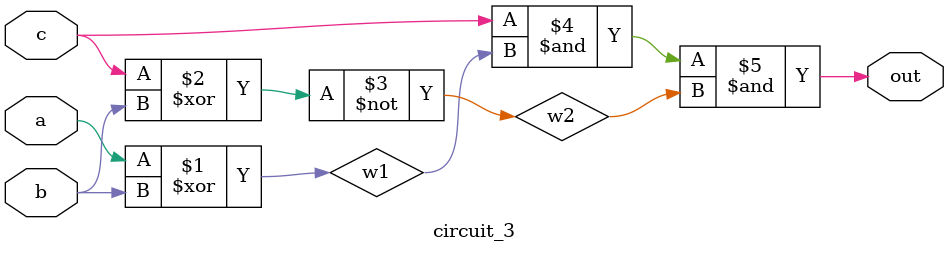
<source format=v>
module circuit_3(input a, b, c, output out);
    xor (w1, a, b);
    xnor (w2, c, b);
    and (out, c, w1, w2);
endmodule

</source>
